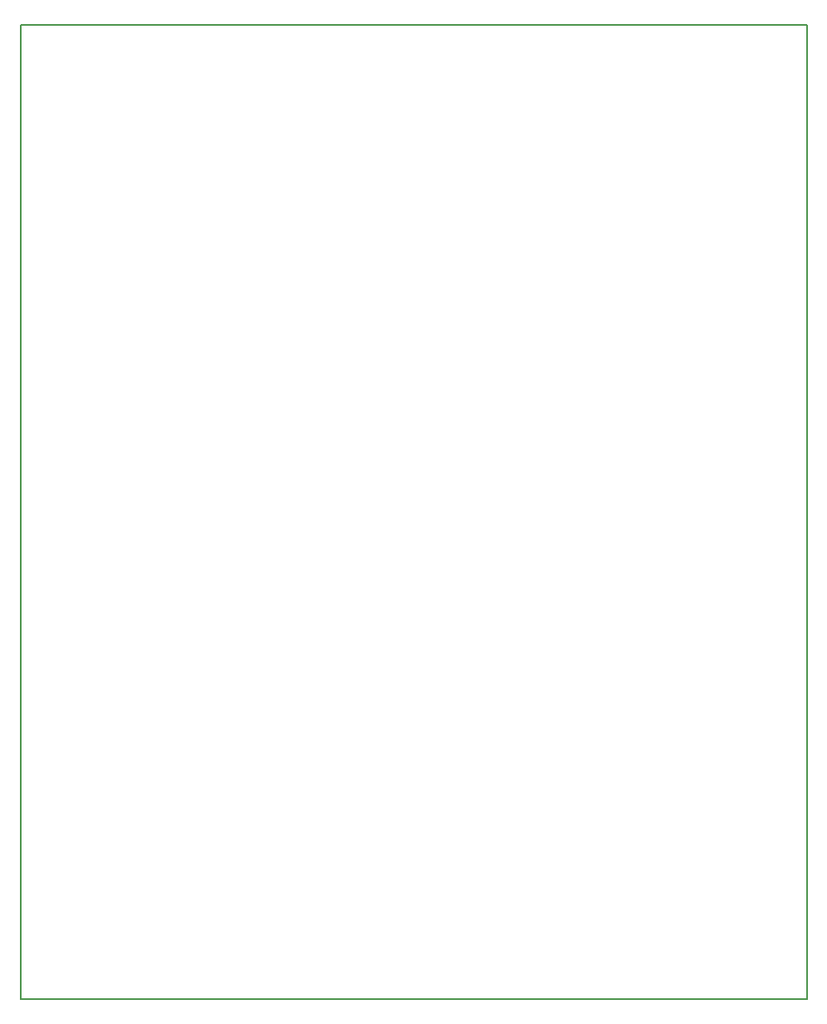
<source format=gko>
G04*
G04 #@! TF.GenerationSoftware,Altium Limited,Altium Designer,20.1.8 (145)*
G04*
G04 Layer_Color=16711935*
%FSLAX25Y25*%
%MOIN*%
G70*
G04*
G04 #@! TF.SameCoordinates,F81AAEC3-6A38-4882-98ED-ECA9077A9C2D*
G04*
G04*
G04 #@! TF.FilePolarity,Positive*
G04*
G01*
G75*
%ADD10C,0.00591*%
D10*
X386614Y70866D02*
Y461622D01*
X70866Y70866D02*
X386614D01*
X70866Y461622D02*
X386614D01*
X70866Y70866D02*
Y461622D01*
M02*

</source>
